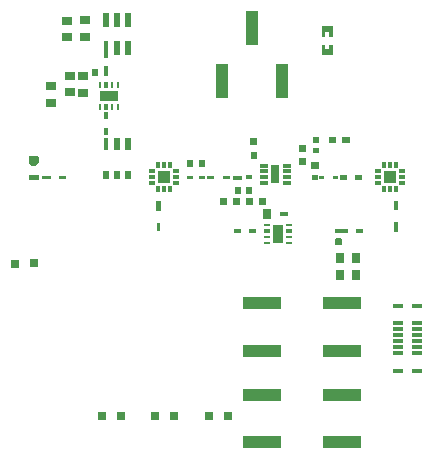
<source format=gtp>
G04 Layer: TopPasteMaskLayer*
G04 EasyEDA Pro v2.2.27.1, 2024-09-01 06:15:27*
G04 Gerber Generator version 0.3*
G04 Scale: 100 percent, Rotated: No, Reflected: No*
G04 Dimensions in millimeters*
G04 Leading zeros omitted, absolute positions, 3 integers and 5 decimals*
%FSLAX35Y35*%
%MOMM*%
%ADD10R,1.0X2.99999*%
%ADD11R,3.19999X1.0*%
%ADD12R,0.9X0.8*%
%ADD13R,0.8X0.8*%
%ADD14R,0.55001X1.2*%
%ADD15R,0.3452X1.2*%
%ADD16R,0.342X1.2*%
%ADD17R,0.6X1.1*%
%ADD18R,0.342X1.1*%
%ADD19R,0.6X0.7*%
%ADD20R,1.0X1.0*%
%ADD21R,0.508X0.3*%
%ADD22R,0.508X0.342*%
%ADD23R,0.342X0.508*%
%ADD24R,0.3X0.508*%
%ADD25R,0.67X0.3*%
%ADD26R,0.67X0.342*%
%ADD27R,0.8X1.6*%
%ADD28R,0.85X0.3*%
%ADD29R,0.25001X0.521*%
%ADD30R,0.342X0.521*%
%ADD31R,1.6X0.9*%
%ADD32R,0.8X0.9*%
%ADD33R,0.8X0.4*%
%ADD34R,0.521X0.15*%
%ADD35R,0.521X0.342*%
%ADD36R,0.521X0.25001*%
%ADD37R,0.9X1.6*%
G75*


G04 PolygonModel Start*
G36*
G01X-925549Y1038001D02*
G01X-925549Y1118001D01*
G01X-930550Y1123002D01*
G01X-953347Y1123002D01*
G01X-953347Y1086002D01*
G01X-986346Y1086002D01*
G01X-986346Y1123002D01*
G01X-1010550Y1123002D01*
G01X-1015549Y1118001D01*
G01X-1015549Y1038001D01*
G01X-1010550Y1033002D01*
G01X-930550Y1033002D01*
G01X-925549Y1038001D01*
G37*
G36*
G01X-1015546Y1277005D02*
G01X-1015546Y1197005D01*
G01X-1010545Y1192004D01*
G01X-987748Y1192004D01*
G01X-987748Y1229004D01*
G01X-954749Y1229004D01*
G01X-954749Y1192004D01*
G01X-930545Y1192004D01*
G01X-925546Y1197005D01*
G01X-925546Y1277005D01*
G01X-930545Y1282004D01*
G01X-1010545Y1282004D01*
G01X-1015546Y1277005D01*
G37*
G36*
G01X-2420546Y-197997D02*
G01X-2420546Y-280997D01*
G01X-2380546Y-280997D01*
G01X-2380546Y-197997D01*
G01X-2420546Y-197997D01*
G37*
G36*
G01X-2383347Y-456999D02*
G01X-2383347Y-383999D01*
G01X-2416347Y-383999D01*
G01X-2416347Y-456999D01*
G01X-2383347Y-456999D01*
G37*
G36*
G01X-374604Y-460999D02*
G01X-374604Y-380999D01*
G01X-409604Y-380999D01*
G01X-409604Y-460999D01*
G01X-374604Y-460999D01*
G37*
G36*
G01X-408802Y-198997D02*
G01X-408802Y-279997D01*
G01X-375802Y-279997D01*
G01X-375802Y-198997D01*
G01X-408802Y-198997D01*
G37*
G36*
G01X-805491Y-23406D02*
G01X-805491Y22593D01*
G01X-863556Y22593D01*
G01X-863556Y-23406D01*
G01X-805491Y-23406D01*
G37*
G36*
G01X-734491Y-23406D02*
G01X-734491Y22593D01*
G01X-680427Y22593D01*
G01X-680427Y-23406D01*
G01X-734491Y-23406D01*
G37*
G36*
G01X-996922Y-15906D02*
G01X-996922Y15093D01*
G01X-1044986Y15093D01*
G01X-1044986Y-15906D01*
G01X-996922Y-15906D01*
G37*
G36*
G01X-925921Y-15906D02*
G01X-925921Y15093D01*
G01X-876857Y15093D01*
G01X-876857Y-15906D01*
G01X-925921Y-15906D01*
G37*
G36*
G01X-1106309Y71001D02*
G01X-1037709Y71001D01*
G01X-1037709Y128364D01*
G01X-1106309Y128364D01*
G01X-1106309Y71001D01*
G37*
G36*
G01X-1096309Y-18682D02*
G01X-1047709Y-18682D01*
G01X-1047709Y18682D01*
G01X-1096309Y18682D01*
G01X-1096309Y-18682D01*
G37*
G36*
G01X-1040511Y252138D02*
G01X-1091271Y252138D01*
G01X-1091271Y201694D01*
G01X-1040511Y201694D01*
G01X-1040511Y252138D01*
G37*
G36*
G01X-1040511Y293268D02*
G01X-1091271Y293268D01*
G01X-1091271Y343393D01*
G01X-1040511Y343393D01*
G01X-1040511Y293268D01*
G37*
G36*
G01X-1152611Y162614D02*
G01X-1214091Y162614D01*
G01X-1214091Y104070D01*
G01X-1152611Y104070D01*
G01X-1152611Y162614D01*
G37*
G36*
G01X-1155151Y218375D02*
G01X-1214091Y218375D01*
G01X-1214091Y277439D01*
G01X-1155151Y277439D01*
G01X-1155151Y218375D01*
G37*
G36*
G01X-844547Y343002D02*
G01X-844547Y292003D01*
G01X-776483Y292003D01*
G01X-776483Y343002D01*
G01X-844547Y343002D01*
G37*
G36*
G01X-895548Y343002D02*
G01X-895548Y292003D01*
G01X-954612Y292003D01*
G01X-954612Y343002D01*
G01X-895548Y343002D01*
G37*
G36*
G01X-1661749Y-15000D02*
G01X-1607748Y-15000D01*
G01X-1607748Y17283D01*
G01X-1611749Y21284D01*
G01X-1657748Y21284D01*
G01X-1661749Y17283D01*
G01X-1661749Y-15000D01*
G37*
G36*
G01X-1657748Y-79021D02*
G01X-1611749Y-79021D01*
G01X-1607748Y-83021D01*
G01X-1607748Y-133085D01*
G01X-1611749Y-137085D01*
G01X-1657748Y-137085D01*
G01X-1661749Y-133085D01*
G01X-1661749Y-83021D01*
G01X-1657748Y-79021D01*
G37*
G36*
G01X-1927265Y-15906D02*
G01X-1927265Y15093D01*
G01X-1985330Y15093D01*
G01X-1985330Y-15906D01*
G01X-1927265Y-15906D01*
G37*
G36*
G01X-1856265Y-15906D02*
G01X-1856265Y15093D01*
G01X-1797201Y15093D01*
G01X-1797201Y-15906D01*
G01X-1856265Y-15906D01*
G37*
G36*
G01X-2005389Y14840D02*
G01X-2056389Y14840D01*
G01X-2056389Y-13224D01*
G01X-2005389Y-13224D01*
G01X-2005389Y14840D01*
G37*
G36*
G01X-2005389Y85841D02*
G01X-2056389Y85841D01*
G01X-2056389Y144905D01*
G01X-2005389Y144905D01*
G01X-2005389Y85841D01*
G37*
G36*
G01X-3498824Y20088D02*
G01X-3412424Y20088D01*
G01X-3412424Y-20240D01*
G01X-3498824Y-20240D01*
G01X-3498824Y20088D01*
G37*
G36*
G01X-3469574Y96071D02*
G01X-3441924Y96071D01*
G01X-3412549Y123490D01*
G01X-3412549Y173818D01*
G01X-3418950Y180219D01*
G01X-3492549Y180219D01*
G01X-3498950Y173818D01*
G01X-3498950Y123490D01*
G01X-3469574Y96071D01*
G37*
G36*
G01X-3314027Y-15822D02*
G01X-3314027Y15178D01*
G01X-3382091Y15178D01*
G01X-3382091Y-15822D01*
G01X-3314027Y-15822D01*
G37*
G36*
G01X-3243026Y-15822D02*
G01X-3243026Y15178D01*
G01X-3183962Y15178D01*
G01X-3183962Y-15822D01*
G01X-3243026Y-15822D01*
G37*
G36*
G01X-2829055Y419989D02*
G01X-2860054Y419989D01*
G01X-2860054Y361924D01*
G01X-2829055Y361924D01*
G01X-2829055Y419989D01*
G37*
G36*
G01X-2829055Y490989D02*
G01X-2860054Y490989D01*
G01X-2860054Y550053D01*
G01X-2829055Y550053D01*
G01X-2829055Y490989D01*
G37*
G36*
G01X-2829048Y941459D02*
G01X-2860048Y941459D01*
G01X-2860048Y883394D01*
G01X-2829048Y883394D01*
G01X-2829048Y941459D01*
G37*
G36*
G01X-2829048Y1012459D02*
G01X-2860048Y1012459D01*
G01X-2860048Y1071523D01*
G01X-2829048Y1071523D01*
G01X-2829048Y1012459D01*
G37*
G36*
G01X-2908848Y864427D02*
G01X-2908848Y910426D01*
G01X-2912849Y914427D01*
G01X-2962912Y914427D01*
G01X-2966913Y910426D01*
G01X-2966913Y864427D01*
G01X-2962912Y860426D01*
G01X-2912849Y860426D01*
G01X-2908848Y864427D01*
G37*
G36*
G01X-2860067Y856807D02*
G01X-2860067Y918046D01*
G01X-2828864Y918046D01*
G01X-2828864Y856807D01*
G01X-2860067Y856807D01*
G37*
G36*
G01X-1705498Y-80337D02*
G01X-1756257Y-80337D01*
G01X-1756257Y-140782D01*
G01X-1705498Y-140782D01*
G01X-1705498Y-80337D01*
G37*
G36*
G01X-1695498Y-19207D02*
G01X-1766257Y-19207D01*
G01X-1766257Y10917D01*
G01X-1695498Y10917D01*
G01X-1695498Y-19207D01*
G37*
G36*
G01X-1821649Y-234155D02*
G01X-1821649Y-175215D01*
G01X-1880194Y-175215D01*
G01X-1880194Y-234155D01*
G01X-1821649Y-234155D01*
G37*
G36*
G01X-1765888Y-236695D02*
G01X-1765888Y-177755D01*
G01X-1706825Y-177755D01*
G01X-1706825Y-236695D01*
G01X-1765888Y-236695D01*
G37*
G36*
G01X-1547297Y-175215D02*
G01X-1547297Y-236695D01*
G01X-1488752Y-236695D01*
G01X-1488752Y-175215D01*
G01X-1547297Y-175215D01*
G37*
G36*
G01X-1603057Y-177755D02*
G01X-1603057Y-236695D01*
G01X-1662121Y-236695D01*
G01X-1662121Y-177755D01*
G01X-1603057Y-177755D01*
G37*
G36*
G01X-1623169Y273440D02*
G01X-1561689Y273440D01*
G01X-1561689Y331985D01*
G01X-1623169Y331985D01*
G01X-1623169Y273440D01*
G37*
G36*
G01X-1620629Y217679D02*
G01X-1561689Y217679D01*
G01X-1561689Y158616D01*
G01X-1620629Y158616D01*
G01X-1620629Y217679D01*
G37*
G36*
G01X-2110823Y13594D02*
G01X-2161822Y13594D01*
G01X-2161822Y-14471D01*
G01X-2110823Y-14471D01*
G01X-2110823Y13594D01*
G37*
G36*
G01X-2110823Y84594D02*
G01X-2161822Y84594D01*
G01X-2161822Y143658D01*
G01X-2110823Y143658D01*
G01X-2110823Y84594D01*
G37*
G36*
G01X-1701228Y-467998D02*
G01X-1701228Y-436998D01*
G01X-1759293Y-436998D01*
G01X-1759293Y-467998D01*
G01X-1701228Y-467998D01*
G37*
G36*
G01X-1630228Y-467998D02*
G01X-1630228Y-436998D01*
G01X-1571164Y-436998D01*
G01X-1571164Y-467998D01*
G01X-1630228Y-467998D01*
G37*
G36*
G01X-794982Y-467698D02*
G01X-794982Y-436698D01*
G01X-853047Y-436698D01*
G01X-853047Y-467698D01*
G01X-794982Y-467698D01*
G37*
G36*
G01X-723982Y-467698D02*
G01X-723982Y-436698D01*
G01X-664918Y-436698D01*
G01X-664918Y-467698D01*
G01X-723982Y-467698D01*
G37*
G36*
G01X-852999Y-516499D02*
G01X-898998Y-516499D01*
G01X-902998Y-520500D01*
G01X-902998Y-570563D01*
G01X-898998Y-574563D01*
G01X-852999Y-574563D01*
G01X-848998Y-570563D01*
G01X-848998Y-520500D01*
G01X-852999Y-516499D01*
G37*
G36*
G01X-845379Y-467718D02*
G01X-906618Y-467718D01*
G01X-906618Y-436514D01*
G01X-845379Y-436514D01*
G01X-845379Y-467718D01*
G37*

G04 Pad Start*
G54D10*
G01X-1353108Y814381D03*
G01X-1607108Y1264367D03*
G01X-1861108Y814381D03*
G54D11*
G01X-842105Y-2242160D03*
G01X-1522114Y-2242160D03*
G01X-842105Y-1842160D03*
G01X-1522114Y-1842160D03*
G01X-842105Y-1467460D03*
G01X-1522114Y-1467460D03*
G01X-842105Y-1067460D03*
G01X-1522114Y-1067460D03*
G54D12*
G01X-3310890Y770843D03*
G01X-3310890Y630838D03*
G01X-3170549Y1327505D03*
G01X-3170549Y1187501D03*
G01X-3023121Y1328268D03*
G01X-3023121Y1188263D03*
G54D13*
G01X-3614492Y-729834D03*
G01X-3454599Y-729148D03*
G01X-2880495Y-2022837D03*
G01X-2720602Y-2022151D03*
G01X-2425495Y-2022837D03*
G01X-2265602Y-2022151D03*
G01X-1970494Y-2022837D03*
G01X-1810601Y-2022151D03*
G54D14*
G01X-2844554Y1333511D03*
G01X-2654562Y1333511D03*
G01X-2654562Y1093506D03*
G01X-2749558Y1093506D03*
G54D16*
G01X-2844554Y1093506D03*
G54D14*
G01X-2749558Y1333511D03*
G54D17*
G01X-2654555Y279712D03*
G01X-2749551Y279712D03*
G54D18*
G01X-2844547Y279712D03*
G54D19*
G01X-2844547Y17900D03*
G01X-2749543Y17900D03*
G01X-2654555Y17900D03*
G54D20*
G01X-2350535Y0D03*
G54D21*
G01X-2247644Y49987D03*
G54D22*
G01X-2247644Y0D03*
G54D21*
G01X-2247644Y-49987D03*
G54D23*
G01X-2300548Y-102892D03*
G54D24*
G01X-2350535Y-102892D03*
G54D23*
G01X-2400523Y-102892D03*
G54D21*
G01X-2453427Y-49987D03*
G54D22*
G01X-2453427Y0D03*
G54D21*
G01X-2453427Y49987D03*
G54D24*
G01X-2400523Y102892D03*
G01X-2350535Y102892D03*
G01X-2300548Y102892D03*
G54D25*
G01X-1310662Y-50013D03*
G54D26*
G01X-1310662Y0D03*
G54D25*
G01X-1310662Y49987D03*
G01X-1310662Y100000D03*
G01X-1510661Y100000D03*
G01X-1510661Y49987D03*
G54D26*
G01X-1510661Y0D03*
G54D25*
G01X-1510661Y-50013D03*
G54D27*
G01X-1410662Y24994D03*
G54D20*
G01X-441588Y0D03*
G54D21*
G01X-338697Y49987D03*
G54D22*
G01X-338697Y0D03*
G54D21*
G01X-338697Y-49987D03*
G54D23*
G01X-391601Y-102892D03*
G54D24*
G01X-441588Y-102892D03*
G54D23*
G01X-491576Y-102892D03*
G54D21*
G01X-544480Y-49987D03*
G54D22*
G01X-544480Y0D03*
G54D21*
G01X-544480Y49987D03*
G54D24*
G01X-491576Y102892D03*
G01X-441588Y102892D03*
G01X-391601Y102892D03*
G54D28*
G01X-374047Y-1637498D03*
G01X-374047Y-1487498D03*
G01X-374047Y-1437498D03*
G01X-374047Y-1387498D03*
G01X-374047Y-1337498D03*
G01X-374047Y-1287499D03*
G01X-374047Y-1237499D03*
G01X-374047Y-1087499D03*
G01X-207047Y-1087499D03*
G01X-207047Y-1237499D03*
G01X-207047Y-1287499D03*
G01X-207047Y-1337498D03*
G01X-207047Y-1387498D03*
G01X-207047Y-1437498D03*
G01X-207047Y-1487498D03*
G01X-207047Y-1637498D03*
G54D29*
G01X-2894561Y594156D03*
G54D30*
G01X-2844548Y594156D03*
G54D29*
G01X-2794561Y594156D03*
G01X-2744548Y594156D03*
G01X-2744548Y784148D03*
G01X-2794561Y784148D03*
G54D30*
G01X-2844548Y784148D03*
G54D29*
G01X-2894561Y784148D03*
G54D31*
G01X-2819554Y689152D03*
G54D32*
G01X-1477953Y-312576D03*
G54D33*
G01X-1337948Y-312576D03*
G54D34*
G01X-1483692Y-401993D03*
G54D35*
G01X-1483692Y-452005D03*
G54D34*
G01X-1483692Y-501993D03*
G54D36*
G01X-1483692Y-552005D03*
G01X-1293700Y-552005D03*
G54D34*
G01X-1293700Y-501993D03*
G54D35*
G01X-1293700Y-452005D03*
G54D34*
G01X-1293700Y-401993D03*
G54D37*
G01X-1388696Y-476999D03*
G54D32*
G01X-864536Y-680071D03*
G01X-724531Y-680071D03*
G01X-863774Y-827499D03*
G01X-723769Y-827499D03*
G54D12*
G01X-3152994Y859001D03*
G01X-3152994Y718996D03*
G01X-3035581Y857773D03*
G01X-3035581Y717768D03*
G04 Pad End*

M02*


</source>
